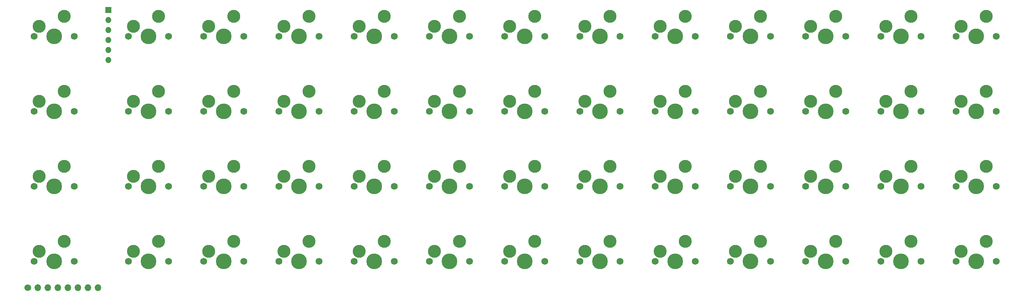
<source format=gbr>
%TF.GenerationSoftware,KiCad,Pcbnew,7.0.1-0*%
%TF.CreationDate,2023-08-02T22:10:15-05:00*%
%TF.ProjectId,pcb,7063622e-6b69-4636-9164-5f7063625858,rev?*%
%TF.SameCoordinates,Original*%
%TF.FileFunction,Soldermask,Top*%
%TF.FilePolarity,Negative*%
%FSLAX46Y46*%
G04 Gerber Fmt 4.6, Leading zero omitted, Abs format (unit mm)*
G04 Created by KiCad (PCBNEW 7.0.1-0) date 2023-08-02 22:10:15*
%MOMM*%
%LPD*%
G01*
G04 APERTURE LIST*
%ADD10C,1.750000*%
%ADD11C,3.987800*%
%ADD12C,3.300000*%
%ADD13C,1.700000*%
%ADD14O,1.700000X1.700000*%
%ADD15O,1.524000X1.524000*%
%ADD16R,1.524000X1.524000*%
G04 APERTURE END LIST*
D10*
%TO.C,MX42*%
X84851942Y-86915698D03*
D11*
X79771942Y-86915698D03*
D10*
X74691942Y-86915698D03*
D12*
X75961942Y-84375698D03*
X82311942Y-81835698D03*
%TD*%
D10*
%TO.C,MX9*%
X199152038Y-29765650D03*
D11*
X194072038Y-29765650D03*
D10*
X188992038Y-29765650D03*
D12*
X190262038Y-27225650D03*
X196612038Y-24685650D03*
%TD*%
D10*
%TO.C,MX3*%
X84851942Y-29765650D03*
D11*
X79771942Y-29765650D03*
D10*
X74691942Y-29765650D03*
D12*
X75961942Y-27225650D03*
X82311942Y-24685650D03*
%TD*%
D10*
%TO.C,MX41*%
X65801926Y-86915698D03*
D11*
X60721926Y-86915698D03*
D10*
X55641926Y-86915698D03*
D12*
X56911926Y-84375698D03*
X63261926Y-81835698D03*
%TD*%
D10*
%TO.C,MX25*%
X256302086Y-48815666D03*
D11*
X251222086Y-48815666D03*
D10*
X246142086Y-48815666D03*
D12*
X247412086Y-46275666D03*
X253762086Y-43735666D03*
%TD*%
D10*
%TO.C,MX22*%
X199152038Y-48815666D03*
D11*
X194072038Y-48815666D03*
D10*
X188992038Y-48815666D03*
D12*
X190262038Y-46275666D03*
X196612038Y-43735666D03*
%TD*%
D10*
%TO.C,MX49*%
X218202054Y-86915698D03*
D11*
X213122054Y-86915698D03*
D10*
X208042054Y-86915698D03*
D12*
X209312054Y-84375698D03*
X215662054Y-81835698D03*
%TD*%
D10*
%TO.C,MX10*%
X218202054Y-29765650D03*
D11*
X213122054Y-29765650D03*
D10*
X208042054Y-29765650D03*
D12*
X209312054Y-27225650D03*
X215662054Y-24685650D03*
%TD*%
D10*
%TO.C,MX19*%
X142001990Y-48815666D03*
D11*
X136921990Y-48815666D03*
D10*
X131841990Y-48815666D03*
D12*
X133111990Y-46275666D03*
X139461990Y-43735666D03*
%TD*%
D10*
%TO.C,MX21*%
X180102022Y-48815666D03*
D11*
X175022022Y-48815666D03*
D10*
X169942022Y-48815666D03*
D12*
X171212022Y-46275666D03*
X177562022Y-43735666D03*
%TD*%
D10*
%TO.C,MX16*%
X84851942Y-48815666D03*
D11*
X79771942Y-48815666D03*
D10*
X74691942Y-48815666D03*
D12*
X75961942Y-46275666D03*
X82311942Y-43735666D03*
%TD*%
D10*
%TO.C,MX32*%
X142001990Y-67865682D03*
D11*
X136921990Y-67865682D03*
D10*
X131841990Y-67865682D03*
D12*
X133111990Y-65325682D03*
X139461990Y-62785682D03*
%TD*%
D10*
%TO.C,MX8*%
X180102022Y-29765650D03*
D11*
X175022022Y-29765650D03*
D10*
X169942022Y-29765650D03*
D12*
X171212022Y-27225650D03*
X177562022Y-24685650D03*
%TD*%
D10*
%TO.C,MX33*%
X161052006Y-67865682D03*
D11*
X155972006Y-67865682D03*
D10*
X150892006Y-67865682D03*
D12*
X152162006Y-65325682D03*
X158512006Y-62785682D03*
%TD*%
D10*
%TO.C,MX37*%
X237252070Y-67865682D03*
D11*
X232172070Y-67865682D03*
D10*
X227092070Y-67865682D03*
D12*
X228362070Y-65325682D03*
X234712070Y-62785682D03*
%TD*%
D10*
%TO.C,MX34*%
X180102022Y-67865682D03*
D11*
X175022022Y-67865682D03*
D10*
X169942022Y-67865682D03*
D12*
X171212022Y-65325682D03*
X177562022Y-62785682D03*
%TD*%
D10*
%TO.C,MX28*%
X65801926Y-67865682D03*
D11*
X60721926Y-67865682D03*
D10*
X55641926Y-67865682D03*
D12*
X56911926Y-65325682D03*
X63261926Y-62785682D03*
%TD*%
D10*
%TO.C,MX47*%
X180102022Y-86915698D03*
D11*
X175022022Y-86915698D03*
D10*
X169942022Y-86915698D03*
D12*
X171212022Y-84375698D03*
X177562022Y-81835698D03*
%TD*%
D10*
%TO.C,MX45*%
X142001990Y-86915698D03*
D11*
X136921990Y-86915698D03*
D10*
X131841990Y-86915698D03*
D12*
X133111990Y-84375698D03*
X139461990Y-81835698D03*
%TD*%
D10*
%TO.C,MX4*%
X103901958Y-29765650D03*
D11*
X98821958Y-29765650D03*
D10*
X93741958Y-29765650D03*
D12*
X95011958Y-27225650D03*
X101361958Y-24685650D03*
%TD*%
D10*
%TO.C,MX29*%
X84851942Y-67865682D03*
D11*
X79771942Y-67865682D03*
D10*
X74691942Y-67865682D03*
D12*
X75961942Y-65325682D03*
X82311942Y-62785682D03*
%TD*%
D10*
%TO.C,MX7*%
X161052006Y-29765650D03*
D11*
X155972006Y-29765650D03*
D10*
X150892006Y-29765650D03*
D12*
X152162006Y-27225650D03*
X158512006Y-24685650D03*
%TD*%
D10*
%TO.C,MX18*%
X122951974Y-48815666D03*
D11*
X117871974Y-48815666D03*
D10*
X112791974Y-48815666D03*
D12*
X114061974Y-46275666D03*
X120411974Y-43735666D03*
%TD*%
D10*
%TO.C,MX39*%
X275352102Y-67865682D03*
D11*
X270272102Y-67865682D03*
D10*
X265192102Y-67865682D03*
D12*
X266462102Y-65325682D03*
X272812102Y-62785682D03*
%TD*%
D10*
%TO.C,MX24*%
X237252070Y-48815666D03*
D11*
X232172070Y-48815666D03*
D10*
X227092070Y-48815666D03*
D12*
X228362070Y-46275666D03*
X234712070Y-43735666D03*
%TD*%
D10*
%TO.C,MX43*%
X103901958Y-86915698D03*
D11*
X98821958Y-86915698D03*
D10*
X93741958Y-86915698D03*
D12*
X95011958Y-84375698D03*
X101361958Y-81835698D03*
%TD*%
D10*
%TO.C,MX13*%
X275352102Y-29765650D03*
D11*
X270272102Y-29765650D03*
D10*
X265192102Y-29765650D03*
D12*
X266462102Y-27225650D03*
X272812102Y-24685650D03*
%TD*%
D10*
%TO.C,MX6*%
X142001990Y-29765650D03*
D11*
X136921990Y-29765650D03*
D10*
X131841990Y-29765650D03*
D12*
X133111990Y-27225650D03*
X139461990Y-24685650D03*
%TD*%
D10*
%TO.C,MX36*%
X218202054Y-67865682D03*
D11*
X213122054Y-67865682D03*
D10*
X208042054Y-67865682D03*
D12*
X209312054Y-65325682D03*
X215662054Y-62785682D03*
%TD*%
D13*
%TO.C,J5*%
X30190000Y-93575000D03*
D14*
X32730000Y-93575000D03*
X35270000Y-93575000D03*
X37810000Y-93575000D03*
X40350000Y-93575000D03*
X42890000Y-93575000D03*
X45430000Y-93575000D03*
X47970000Y-93575000D03*
%TD*%
D10*
%TO.C,MX30*%
X103901958Y-67865682D03*
D11*
X98821958Y-67865682D03*
D10*
X93741958Y-67865682D03*
D12*
X95011958Y-65325682D03*
X101361958Y-62785682D03*
%TD*%
D10*
%TO.C,MX35*%
X199152038Y-67865682D03*
D11*
X194072038Y-67865682D03*
D10*
X188992038Y-67865682D03*
D12*
X190262038Y-65325682D03*
X196612038Y-62785682D03*
%TD*%
D10*
%TO.C,MX15*%
X65801926Y-48815666D03*
D11*
X60721926Y-48815666D03*
D10*
X55641926Y-48815666D03*
D12*
X56911926Y-46275666D03*
X63261926Y-43735666D03*
%TD*%
D10*
%TO.C,MX48*%
X199152038Y-86915698D03*
D11*
X194072038Y-86915698D03*
D10*
X188992038Y-86915698D03*
D12*
X190262038Y-84375698D03*
X196612038Y-81835698D03*
%TD*%
D10*
%TO.C,MX31*%
X122951974Y-67865682D03*
D11*
X117871974Y-67865682D03*
D10*
X112791974Y-67865682D03*
D12*
X114061974Y-65325682D03*
X120411974Y-62785682D03*
%TD*%
D10*
%TO.C,MX17*%
X103901958Y-48815666D03*
D11*
X98821958Y-48815666D03*
D10*
X93741958Y-48815666D03*
D12*
X95011958Y-46275666D03*
X101361958Y-43735666D03*
%TD*%
D10*
%TO.C,MX51*%
X256302086Y-86915698D03*
D11*
X251222086Y-86915698D03*
D10*
X246142086Y-86915698D03*
D12*
X247412086Y-84375698D03*
X253762086Y-81835698D03*
%TD*%
D10*
%TO.C,MX44*%
X122951974Y-86915698D03*
D11*
X117871974Y-86915698D03*
D10*
X112791974Y-86915698D03*
D12*
X114061974Y-84375698D03*
X120411974Y-81835698D03*
%TD*%
D10*
%TO.C,MX27*%
X41989406Y-67865682D03*
D11*
X36909406Y-67865682D03*
D10*
X31829406Y-67865682D03*
D12*
X33099406Y-65325682D03*
X39449406Y-62785682D03*
%TD*%
D10*
%TO.C,MX40*%
X41989406Y-86915698D03*
D11*
X36909406Y-86915698D03*
D10*
X31829406Y-86915698D03*
D12*
X33099406Y-84375698D03*
X39449406Y-81835698D03*
%TD*%
D10*
%TO.C,MX12*%
X256302086Y-29765650D03*
D11*
X251222086Y-29765650D03*
D10*
X246142086Y-29765650D03*
D12*
X247412086Y-27225650D03*
X253762086Y-24685650D03*
%TD*%
D10*
%TO.C,MX11*%
X237252070Y-29765650D03*
D11*
X232172070Y-29765650D03*
D10*
X227092070Y-29765650D03*
D12*
X228362070Y-27225650D03*
X234712070Y-24685650D03*
%TD*%
D10*
%TO.C,MX23*%
X218202054Y-48815666D03*
D11*
X213122054Y-48815666D03*
D10*
X208042054Y-48815666D03*
D12*
X209312054Y-46275666D03*
X215662054Y-43735666D03*
%TD*%
D10*
%TO.C,MX52*%
X275352102Y-86915698D03*
D11*
X270272102Y-86915698D03*
D10*
X265192102Y-86915698D03*
D12*
X266462102Y-84375698D03*
X272812102Y-81835698D03*
%TD*%
D10*
%TO.C,MX2*%
X65801926Y-29765650D03*
D11*
X60721926Y-29765650D03*
D10*
X55641926Y-29765650D03*
D12*
X56911926Y-27225650D03*
X63261926Y-24685650D03*
%TD*%
D10*
%TO.C,MX50*%
X237252070Y-86915698D03*
D11*
X232172070Y-86915698D03*
D10*
X227092070Y-86915698D03*
D12*
X228362070Y-84375698D03*
X234712070Y-81835698D03*
%TD*%
D10*
%TO.C,MX20*%
X161052006Y-48815666D03*
D11*
X155972006Y-48815666D03*
D10*
X150892006Y-48815666D03*
D12*
X152162006Y-46275666D03*
X158512006Y-43735666D03*
%TD*%
D10*
%TO.C,MX26*%
X275352102Y-48815666D03*
D11*
X270272102Y-48815666D03*
D10*
X265192102Y-48815666D03*
D12*
X266462102Y-46275666D03*
X272812102Y-43735666D03*
%TD*%
D10*
%TO.C,MX1*%
X41989406Y-29765650D03*
D11*
X36909406Y-29765650D03*
D10*
X31829406Y-29765650D03*
D12*
X33099406Y-27225650D03*
X39449406Y-24685650D03*
%TD*%
D15*
%TO.C,J2*%
X50575000Y-35800000D03*
X50575000Y-25640000D03*
X50575000Y-30720000D03*
X50575000Y-33260000D03*
X50575000Y-28180000D03*
D16*
X50575000Y-23100000D03*
%TD*%
D10*
%TO.C,MX38*%
X256302086Y-67865682D03*
D11*
X251222086Y-67865682D03*
D10*
X246142086Y-67865682D03*
D12*
X247412086Y-65325682D03*
X253762086Y-62785682D03*
%TD*%
D10*
%TO.C,MX5*%
X122951974Y-29765650D03*
D11*
X117871974Y-29765650D03*
D10*
X112791974Y-29765650D03*
D12*
X114061974Y-27225650D03*
X120411974Y-24685650D03*
%TD*%
D10*
%TO.C,MX46*%
X161052006Y-86915698D03*
D11*
X155972006Y-86915698D03*
D10*
X150892006Y-86915698D03*
D12*
X152162006Y-84375698D03*
X158512006Y-81835698D03*
%TD*%
D10*
%TO.C,MX14*%
X41989406Y-48815666D03*
D11*
X36909406Y-48815666D03*
D10*
X31829406Y-48815666D03*
D12*
X33099406Y-46275666D03*
X39449406Y-43735666D03*
%TD*%
M02*

</source>
